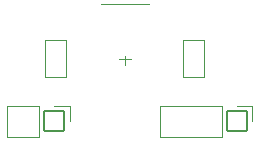
<source format=gbr>
%TF.GenerationSoftware,KiCad,Pcbnew,7.0.10*%
%TF.CreationDate,2024-01-28T02:24:09+01:00*%
%TF.ProjectId,Encoder,456e636f-6465-4722-9e6b-696361645f70,rev?*%
%TF.SameCoordinates,Original*%
%TF.FileFunction,Legend,Top*%
%TF.FilePolarity,Positive*%
%FSLAX46Y46*%
G04 Gerber Fmt 4.6, Leading zero omitted, Abs format (unit mm)*
G04 Created by KiCad (PCBNEW 7.0.10) date 2024-01-28 02:24:09*
%MOMM*%
%LPD*%
G01*
G04 APERTURE LIST*
G04 Aperture macros list*
%AMRoundRect*
0 Rectangle with rounded corners*
0 $1 Rounding radius*
0 $2 $3 $4 $5 $6 $7 $8 $9 X,Y pos of 4 corners*
0 Add a 4 corners polygon primitive as box body*
4,1,4,$2,$3,$4,$5,$6,$7,$8,$9,$2,$3,0*
0 Add four circle primitives for the rounded corners*
1,1,$1+$1,$2,$3*
1,1,$1+$1,$4,$5*
1,1,$1+$1,$6,$7*
1,1,$1+$1,$8,$9*
0 Add four rect primitives between the rounded corners*
20,1,$1+$1,$2,$3,$4,$5,0*
20,1,$1+$1,$4,$5,$6,$7,0*
20,1,$1+$1,$6,$7,$8,$9,0*
20,1,$1+$1,$8,$9,$2,$3,0*%
G04 Aperture macros list end*
%ADD10C,0.120000*%
%ADD11C,2.100000*%
%ADD12RoundRect,0.050000X-0.900000X1.600000X-0.900000X-1.600000X0.900000X-1.600000X0.900000X1.600000X0*%
%ADD13RoundRect,0.050000X-0.850000X0.850000X-0.850000X-0.850000X0.850000X-0.850000X0.850000X0.850000X0*%
%ADD14O,1.800000X1.800000*%
G04 APERTURE END LIST*
D10*
%TO.C,SWA13*%
X140550001Y-37250001D02*
X139550001Y-37250001D01*
X140050001Y-36750001D02*
X140050001Y-37750001D01*
X138050001Y-32600001D02*
X142050001Y-32600001D01*
%TO.C,J2*%
X135370003Y-41170001D02*
X135370003Y-42500001D01*
X134040003Y-41170001D02*
X135370003Y-41170001D01*
X132770003Y-41170001D02*
X130040003Y-41170001D01*
X132770003Y-41170001D02*
X132770003Y-43830001D01*
X130040003Y-41170001D02*
X130040003Y-43830001D01*
X132770003Y-43830001D02*
X130040003Y-43830001D01*
%TO.C,J1*%
X150830000Y-41170000D02*
X150830000Y-42500000D01*
X149500000Y-41170000D02*
X150830000Y-41170000D01*
X148230000Y-41170000D02*
X143000000Y-41170000D01*
X148230000Y-41170000D02*
X148230000Y-43830000D01*
X143000000Y-41170000D02*
X143000000Y-43830000D01*
X148230000Y-43830000D02*
X143000000Y-43830000D01*
%TD*%
%LPC*%
D11*
%TO.C,SWA13*%
X142550001Y-36000001D03*
X137550001Y-36000001D03*
X140050001Y-36000001D03*
D12*
X134200001Y-37250001D03*
X145900001Y-37250001D03*
D11*
X137550001Y-38500001D03*
X142550001Y-38500001D03*
%TD*%
D13*
%TO.C,J2*%
X134040003Y-42500001D03*
D14*
X131500003Y-42500001D03*
%TD*%
D13*
%TO.C,J1*%
X149500000Y-42500000D03*
D14*
X146960000Y-42500000D03*
X144420000Y-42500000D03*
%TD*%
%LPD*%
M02*

</source>
